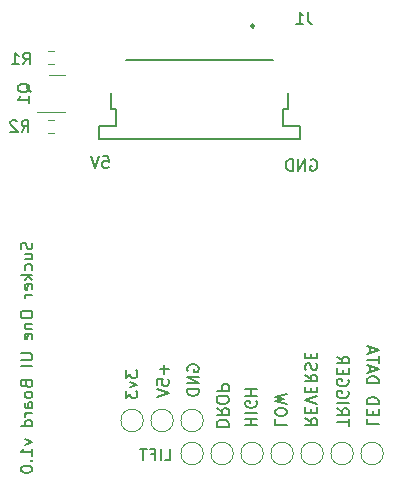
<source format=gbr>
%TF.GenerationSoftware,KiCad,Pcbnew,(5.99.0-9379-gbf5cd2e233)*%
%TF.CreationDate,2021-03-11T01:06:43+01:00*%
%TF.ProjectId,sucker-one-ui-board,7375636b-6572-42d6-9f6e-652d75692d62,rev?*%
%TF.SameCoordinates,Original*%
%TF.FileFunction,Legend,Bot*%
%TF.FilePolarity,Positive*%
%FSLAX46Y46*%
G04 Gerber Fmt 4.6, Leading zero omitted, Abs format (unit mm)*
G04 Created by KiCad (PCBNEW (5.99.0-9379-gbf5cd2e233)) date 2021-03-11 01:06:43*
%MOMM*%
%LPD*%
G01*
G04 APERTURE LIST*
%ADD10C,0.150000*%
%ADD11C,0.249999*%
%ADD12C,0.120000*%
G04 APERTURE END LIST*
D10*
X73469476Y-77938380D02*
X73945666Y-77938380D01*
X73993285Y-78414571D01*
X73945666Y-78366952D01*
X73850428Y-78319333D01*
X73612333Y-78319333D01*
X73517095Y-78366952D01*
X73469476Y-78414571D01*
X73421857Y-78509809D01*
X73421857Y-78747904D01*
X73469476Y-78843142D01*
X73517095Y-78890761D01*
X73612333Y-78938380D01*
X73850428Y-78938380D01*
X73945666Y-78890761D01*
X73993285Y-78843142D01*
X73136142Y-77938380D02*
X72802809Y-78938380D01*
X72469476Y-77938380D01*
X91058904Y-78240000D02*
X91154142Y-78192380D01*
X91297000Y-78192380D01*
X91439857Y-78240000D01*
X91535095Y-78335238D01*
X91582714Y-78430476D01*
X91630333Y-78620952D01*
X91630333Y-78763809D01*
X91582714Y-78954285D01*
X91535095Y-79049523D01*
X91439857Y-79144761D01*
X91297000Y-79192380D01*
X91201761Y-79192380D01*
X91058904Y-79144761D01*
X91011285Y-79097142D01*
X91011285Y-78763809D01*
X91201761Y-78763809D01*
X90582714Y-79192380D02*
X90582714Y-78192380D01*
X90011285Y-79192380D01*
X90011285Y-78192380D01*
X89535095Y-79192380D02*
X89535095Y-78192380D01*
X89297000Y-78192380D01*
X89154142Y-78240000D01*
X89058904Y-78335238D01*
X89011285Y-78430476D01*
X88963666Y-78620952D01*
X88963666Y-78763809D01*
X89011285Y-78954285D01*
X89058904Y-79049523D01*
X89154142Y-79144761D01*
X89297000Y-79192380D01*
X89535095Y-79192380D01*
X78716095Y-103703380D02*
X79192285Y-103703380D01*
X79192285Y-102703380D01*
X78382761Y-103703380D02*
X78382761Y-102703380D01*
X77573238Y-103179571D02*
X77906571Y-103179571D01*
X77906571Y-103703380D02*
X77906571Y-102703380D01*
X77430380Y-102703380D01*
X77192285Y-102703380D02*
X76620857Y-102703380D01*
X76906571Y-103703380D02*
X76906571Y-102703380D01*
X90606619Y-100115380D02*
X91082809Y-100448714D01*
X90606619Y-100686809D02*
X91606619Y-100686809D01*
X91606619Y-100305857D01*
X91559000Y-100210619D01*
X91511380Y-100163000D01*
X91416142Y-100115380D01*
X91273285Y-100115380D01*
X91178047Y-100163000D01*
X91130428Y-100210619D01*
X91082809Y-100305857D01*
X91082809Y-100686809D01*
X91130428Y-99686809D02*
X91130428Y-99353476D01*
X90606619Y-99210619D02*
X90606619Y-99686809D01*
X91606619Y-99686809D01*
X91606619Y-99210619D01*
X91606619Y-98924904D02*
X90606619Y-98591571D01*
X91606619Y-98258238D01*
X91130428Y-97924904D02*
X91130428Y-97591571D01*
X90606619Y-97448714D02*
X90606619Y-97924904D01*
X91606619Y-97924904D01*
X91606619Y-97448714D01*
X90606619Y-96448714D02*
X91082809Y-96782047D01*
X90606619Y-97020142D02*
X91606619Y-97020142D01*
X91606619Y-96639190D01*
X91559000Y-96543952D01*
X91511380Y-96496333D01*
X91416142Y-96448714D01*
X91273285Y-96448714D01*
X91178047Y-96496333D01*
X91130428Y-96543952D01*
X91082809Y-96639190D01*
X91082809Y-97020142D01*
X90654238Y-96067761D02*
X90606619Y-95924904D01*
X90606619Y-95686809D01*
X90654238Y-95591571D01*
X90701857Y-95543952D01*
X90797095Y-95496333D01*
X90892333Y-95496333D01*
X90987571Y-95543952D01*
X91035190Y-95591571D01*
X91082809Y-95686809D01*
X91130428Y-95877285D01*
X91178047Y-95972523D01*
X91225666Y-96020142D01*
X91320904Y-96067761D01*
X91416142Y-96067761D01*
X91511380Y-96020142D01*
X91559000Y-95972523D01*
X91606619Y-95877285D01*
X91606619Y-95639190D01*
X91559000Y-95496333D01*
X91130428Y-95067761D02*
X91130428Y-94734428D01*
X90606619Y-94591571D02*
X90606619Y-95067761D01*
X91606619Y-95067761D01*
X91606619Y-94591571D01*
X94273619Y-100766190D02*
X94273619Y-100194761D01*
X93273619Y-100480476D02*
X94273619Y-100480476D01*
X93273619Y-99290000D02*
X93749809Y-99623333D01*
X93273619Y-99861428D02*
X94273619Y-99861428D01*
X94273619Y-99480476D01*
X94226000Y-99385238D01*
X94178380Y-99337619D01*
X94083142Y-99290000D01*
X93940285Y-99290000D01*
X93845047Y-99337619D01*
X93797428Y-99385238D01*
X93749809Y-99480476D01*
X93749809Y-99861428D01*
X93273619Y-98861428D02*
X94273619Y-98861428D01*
X94226000Y-97861428D02*
X94273619Y-97956666D01*
X94273619Y-98099523D01*
X94226000Y-98242380D01*
X94130761Y-98337619D01*
X94035523Y-98385238D01*
X93845047Y-98432857D01*
X93702190Y-98432857D01*
X93511714Y-98385238D01*
X93416476Y-98337619D01*
X93321238Y-98242380D01*
X93273619Y-98099523D01*
X93273619Y-98004285D01*
X93321238Y-97861428D01*
X93368857Y-97813809D01*
X93702190Y-97813809D01*
X93702190Y-98004285D01*
X94226000Y-96861428D02*
X94273619Y-96956666D01*
X94273619Y-97099523D01*
X94226000Y-97242380D01*
X94130761Y-97337619D01*
X94035523Y-97385238D01*
X93845047Y-97432857D01*
X93702190Y-97432857D01*
X93511714Y-97385238D01*
X93416476Y-97337619D01*
X93321238Y-97242380D01*
X93273619Y-97099523D01*
X93273619Y-97004285D01*
X93321238Y-96861428D01*
X93368857Y-96813809D01*
X93702190Y-96813809D01*
X93702190Y-97004285D01*
X93797428Y-96385238D02*
X93797428Y-96051904D01*
X93273619Y-95909047D02*
X93273619Y-96385238D01*
X94273619Y-96385238D01*
X94273619Y-95909047D01*
X93273619Y-94909047D02*
X93749809Y-95242380D01*
X93273619Y-95480476D02*
X94273619Y-95480476D01*
X94273619Y-95099523D01*
X94226000Y-95004285D01*
X94178380Y-94956666D01*
X94083142Y-94909047D01*
X93940285Y-94909047D01*
X93845047Y-94956666D01*
X93797428Y-95004285D01*
X93749809Y-95099523D01*
X93749809Y-95480476D01*
X88066619Y-100226714D02*
X88066619Y-100702904D01*
X89066619Y-100702904D01*
X89066619Y-99702904D02*
X89066619Y-99512428D01*
X89019000Y-99417190D01*
X88923761Y-99321952D01*
X88733285Y-99274333D01*
X88399952Y-99274333D01*
X88209476Y-99321952D01*
X88114238Y-99417190D01*
X88066619Y-99512428D01*
X88066619Y-99702904D01*
X88114238Y-99798142D01*
X88209476Y-99893380D01*
X88399952Y-99941000D01*
X88733285Y-99941000D01*
X88923761Y-99893380D01*
X89019000Y-99798142D01*
X89066619Y-99702904D01*
X89066619Y-98941000D02*
X88066619Y-98702904D01*
X88780904Y-98512428D01*
X88066619Y-98321952D01*
X89066619Y-98083857D01*
X83113619Y-100845714D02*
X84113619Y-100845714D01*
X84113619Y-100607619D01*
X84066000Y-100464761D01*
X83970761Y-100369523D01*
X83875523Y-100321904D01*
X83685047Y-100274285D01*
X83542190Y-100274285D01*
X83351714Y-100321904D01*
X83256476Y-100369523D01*
X83161238Y-100464761D01*
X83113619Y-100607619D01*
X83113619Y-100845714D01*
X83113619Y-99274285D02*
X83589809Y-99607619D01*
X83113619Y-99845714D02*
X84113619Y-99845714D01*
X84113619Y-99464761D01*
X84066000Y-99369523D01*
X84018380Y-99321904D01*
X83923142Y-99274285D01*
X83780285Y-99274285D01*
X83685047Y-99321904D01*
X83637428Y-99369523D01*
X83589809Y-99464761D01*
X83589809Y-99845714D01*
X84113619Y-98655238D02*
X84113619Y-98464761D01*
X84066000Y-98369523D01*
X83970761Y-98274285D01*
X83780285Y-98226666D01*
X83446952Y-98226666D01*
X83256476Y-98274285D01*
X83161238Y-98369523D01*
X83113619Y-98464761D01*
X83113619Y-98655238D01*
X83161238Y-98750476D01*
X83256476Y-98845714D01*
X83446952Y-98893333D01*
X83780285Y-98893333D01*
X83970761Y-98845714D01*
X84066000Y-98750476D01*
X84113619Y-98655238D01*
X83113619Y-97798095D02*
X84113619Y-97798095D01*
X84113619Y-97417142D01*
X84066000Y-97321904D01*
X84018380Y-97274285D01*
X83923142Y-97226666D01*
X83780285Y-97226666D01*
X83685047Y-97274285D01*
X83637428Y-97321904D01*
X83589809Y-97417142D01*
X83589809Y-97798095D01*
X67460761Y-85257904D02*
X67508380Y-85400761D01*
X67508380Y-85638857D01*
X67460761Y-85734095D01*
X67413142Y-85781714D01*
X67317904Y-85829333D01*
X67222666Y-85829333D01*
X67127428Y-85781714D01*
X67079809Y-85734095D01*
X67032190Y-85638857D01*
X66984571Y-85448380D01*
X66936952Y-85353142D01*
X66889333Y-85305523D01*
X66794095Y-85257904D01*
X66698857Y-85257904D01*
X66603619Y-85305523D01*
X66556000Y-85353142D01*
X66508380Y-85448380D01*
X66508380Y-85686476D01*
X66556000Y-85829333D01*
X66841714Y-86686476D02*
X67508380Y-86686476D01*
X66841714Y-86257904D02*
X67365523Y-86257904D01*
X67460761Y-86305523D01*
X67508380Y-86400761D01*
X67508380Y-86543619D01*
X67460761Y-86638857D01*
X67413142Y-86686476D01*
X67460761Y-87591238D02*
X67508380Y-87496000D01*
X67508380Y-87305523D01*
X67460761Y-87210285D01*
X67413142Y-87162666D01*
X67317904Y-87115047D01*
X67032190Y-87115047D01*
X66936952Y-87162666D01*
X66889333Y-87210285D01*
X66841714Y-87305523D01*
X66841714Y-87496000D01*
X66889333Y-87591238D01*
X67508380Y-88019809D02*
X66508380Y-88019809D01*
X67127428Y-88115047D02*
X67508380Y-88400761D01*
X66841714Y-88400761D02*
X67222666Y-88019809D01*
X67460761Y-89210285D02*
X67508380Y-89115047D01*
X67508380Y-88924571D01*
X67460761Y-88829333D01*
X67365523Y-88781714D01*
X66984571Y-88781714D01*
X66889333Y-88829333D01*
X66841714Y-88924571D01*
X66841714Y-89115047D01*
X66889333Y-89210285D01*
X66984571Y-89257904D01*
X67079809Y-89257904D01*
X67175047Y-88781714D01*
X67508380Y-89686476D02*
X66841714Y-89686476D01*
X67032190Y-89686476D02*
X66936952Y-89734095D01*
X66889333Y-89781714D01*
X66841714Y-89876952D01*
X66841714Y-89972190D01*
X66508380Y-91257904D02*
X66508380Y-91448380D01*
X66556000Y-91543619D01*
X66651238Y-91638857D01*
X66841714Y-91686476D01*
X67175047Y-91686476D01*
X67365523Y-91638857D01*
X67460761Y-91543619D01*
X67508380Y-91448380D01*
X67508380Y-91257904D01*
X67460761Y-91162666D01*
X67365523Y-91067428D01*
X67175047Y-91019809D01*
X66841714Y-91019809D01*
X66651238Y-91067428D01*
X66556000Y-91162666D01*
X66508380Y-91257904D01*
X66841714Y-92115047D02*
X67508380Y-92115047D01*
X66936952Y-92115047D02*
X66889333Y-92162666D01*
X66841714Y-92257904D01*
X66841714Y-92400761D01*
X66889333Y-92496000D01*
X66984571Y-92543619D01*
X67508380Y-92543619D01*
X67460761Y-93400761D02*
X67508380Y-93305523D01*
X67508380Y-93115047D01*
X67460761Y-93019809D01*
X67365523Y-92972190D01*
X66984571Y-92972190D01*
X66889333Y-93019809D01*
X66841714Y-93115047D01*
X66841714Y-93305523D01*
X66889333Y-93400761D01*
X66984571Y-93448380D01*
X67079809Y-93448380D01*
X67175047Y-92972190D01*
X66508380Y-94638857D02*
X67317904Y-94638857D01*
X67413142Y-94686476D01*
X67460761Y-94734095D01*
X67508380Y-94829333D01*
X67508380Y-95019809D01*
X67460761Y-95115047D01*
X67413142Y-95162666D01*
X67317904Y-95210285D01*
X66508380Y-95210285D01*
X67508380Y-95686476D02*
X66508380Y-95686476D01*
X66984571Y-97257904D02*
X67032190Y-97400761D01*
X67079809Y-97448380D01*
X67175047Y-97496000D01*
X67317904Y-97496000D01*
X67413142Y-97448380D01*
X67460761Y-97400761D01*
X67508380Y-97305523D01*
X67508380Y-96924571D01*
X66508380Y-96924571D01*
X66508380Y-97257904D01*
X66556000Y-97353142D01*
X66603619Y-97400761D01*
X66698857Y-97448380D01*
X66794095Y-97448380D01*
X66889333Y-97400761D01*
X66936952Y-97353142D01*
X66984571Y-97257904D01*
X66984571Y-96924571D01*
X67508380Y-98067428D02*
X67460761Y-97972190D01*
X67413142Y-97924571D01*
X67317904Y-97876952D01*
X67032190Y-97876952D01*
X66936952Y-97924571D01*
X66889333Y-97972190D01*
X66841714Y-98067428D01*
X66841714Y-98210285D01*
X66889333Y-98305523D01*
X66936952Y-98353142D01*
X67032190Y-98400761D01*
X67317904Y-98400761D01*
X67413142Y-98353142D01*
X67460761Y-98305523D01*
X67508380Y-98210285D01*
X67508380Y-98067428D01*
X67508380Y-99257904D02*
X66984571Y-99257904D01*
X66889333Y-99210285D01*
X66841714Y-99115047D01*
X66841714Y-98924571D01*
X66889333Y-98829333D01*
X67460761Y-99257904D02*
X67508380Y-99162666D01*
X67508380Y-98924571D01*
X67460761Y-98829333D01*
X67365523Y-98781714D01*
X67270285Y-98781714D01*
X67175047Y-98829333D01*
X67127428Y-98924571D01*
X67127428Y-99162666D01*
X67079809Y-99257904D01*
X67508380Y-99734095D02*
X66841714Y-99734095D01*
X67032190Y-99734095D02*
X66936952Y-99781714D01*
X66889333Y-99829333D01*
X66841714Y-99924571D01*
X66841714Y-100019809D01*
X67508380Y-100781714D02*
X66508380Y-100781714D01*
X67460761Y-100781714D02*
X67508380Y-100686476D01*
X67508380Y-100496000D01*
X67460761Y-100400761D01*
X67413142Y-100353142D01*
X67317904Y-100305523D01*
X67032190Y-100305523D01*
X66936952Y-100353142D01*
X66889333Y-100400761D01*
X66841714Y-100496000D01*
X66841714Y-100686476D01*
X66889333Y-100781714D01*
X66841714Y-101924571D02*
X67508380Y-102162666D01*
X66841714Y-102400761D01*
X67508380Y-103305523D02*
X67508380Y-102734095D01*
X67508380Y-103019809D02*
X66508380Y-103019809D01*
X66651238Y-102924571D01*
X66746476Y-102829333D01*
X66794095Y-102734095D01*
X67413142Y-103734095D02*
X67460761Y-103781714D01*
X67508380Y-103734095D01*
X67460761Y-103686476D01*
X67413142Y-103734095D01*
X67508380Y-103734095D01*
X66508380Y-104400761D02*
X66508380Y-104496000D01*
X66556000Y-104591238D01*
X66603619Y-104638857D01*
X66698857Y-104686476D01*
X66889333Y-104734095D01*
X67127428Y-104734095D01*
X67317904Y-104686476D01*
X67413142Y-104638857D01*
X67460761Y-104591238D01*
X67508380Y-104496000D01*
X67508380Y-104400761D01*
X67460761Y-104305523D01*
X67413142Y-104257904D01*
X67317904Y-104210285D01*
X67127428Y-104162666D01*
X66889333Y-104162666D01*
X66698857Y-104210285D01*
X66603619Y-104257904D01*
X66556000Y-104305523D01*
X66508380Y-104400761D01*
X78684428Y-95615285D02*
X78684428Y-96377190D01*
X79065380Y-95996238D02*
X78303476Y-95996238D01*
X78065380Y-97329571D02*
X78065380Y-96853380D01*
X78541571Y-96805761D01*
X78493952Y-96853380D01*
X78446333Y-96948619D01*
X78446333Y-97186714D01*
X78493952Y-97281952D01*
X78541571Y-97329571D01*
X78636809Y-97377190D01*
X78874904Y-97377190D01*
X78970142Y-97329571D01*
X79017761Y-97281952D01*
X79065380Y-97186714D01*
X79065380Y-96948619D01*
X79017761Y-96853380D01*
X78970142Y-96805761D01*
X78065380Y-97662904D02*
X79065380Y-97996238D01*
X78065380Y-98329571D01*
X80653000Y-96139095D02*
X80605380Y-96043857D01*
X80605380Y-95901000D01*
X80653000Y-95758142D01*
X80748238Y-95662904D01*
X80843476Y-95615285D01*
X81033952Y-95567666D01*
X81176809Y-95567666D01*
X81367285Y-95615285D01*
X81462523Y-95662904D01*
X81557761Y-95758142D01*
X81605380Y-95901000D01*
X81605380Y-95996238D01*
X81557761Y-96139095D01*
X81510142Y-96186714D01*
X81176809Y-96186714D01*
X81176809Y-95996238D01*
X81605380Y-96615285D02*
X80605380Y-96615285D01*
X81605380Y-97186714D01*
X80605380Y-97186714D01*
X81605380Y-97662904D02*
X80605380Y-97662904D01*
X80605380Y-97901000D01*
X80653000Y-98043857D01*
X80748238Y-98139095D01*
X80843476Y-98186714D01*
X81033952Y-98234333D01*
X81176809Y-98234333D01*
X81367285Y-98186714D01*
X81462523Y-98139095D01*
X81557761Y-98043857D01*
X81605380Y-97901000D01*
X81605380Y-97662904D01*
X95813619Y-100170904D02*
X95813619Y-100647095D01*
X96813619Y-100647095D01*
X96337428Y-99837571D02*
X96337428Y-99504238D01*
X95813619Y-99361380D02*
X95813619Y-99837571D01*
X96813619Y-99837571D01*
X96813619Y-99361380D01*
X95813619Y-98932809D02*
X96813619Y-98932809D01*
X96813619Y-98694714D01*
X96766000Y-98551857D01*
X96670761Y-98456619D01*
X96575523Y-98409000D01*
X96385047Y-98361380D01*
X96242190Y-98361380D01*
X96051714Y-98409000D01*
X95956476Y-98456619D01*
X95861238Y-98551857D01*
X95813619Y-98694714D01*
X95813619Y-98932809D01*
X95813619Y-97170904D02*
X96813619Y-97170904D01*
X96813619Y-96932809D01*
X96766000Y-96789952D01*
X96670761Y-96694714D01*
X96575523Y-96647095D01*
X96385047Y-96599476D01*
X96242190Y-96599476D01*
X96051714Y-96647095D01*
X95956476Y-96694714D01*
X95861238Y-96789952D01*
X95813619Y-96932809D01*
X95813619Y-97170904D01*
X96099333Y-96218523D02*
X96099333Y-95742333D01*
X95813619Y-96313761D02*
X96813619Y-95980428D01*
X95813619Y-95647095D01*
X96813619Y-95456619D02*
X96813619Y-94885190D01*
X95813619Y-95170904D02*
X96813619Y-95170904D01*
X96099333Y-94599476D02*
X96099333Y-94123285D01*
X95813619Y-94694714D02*
X96813619Y-94361380D01*
X95813619Y-94028047D01*
X85526619Y-100734619D02*
X86526619Y-100734619D01*
X86050428Y-100734619D02*
X86050428Y-100163190D01*
X85526619Y-100163190D02*
X86526619Y-100163190D01*
X85526619Y-99687000D02*
X86526619Y-99687000D01*
X86479000Y-98687000D02*
X86526619Y-98782238D01*
X86526619Y-98925095D01*
X86479000Y-99067952D01*
X86383761Y-99163190D01*
X86288523Y-99210809D01*
X86098047Y-99258428D01*
X85955190Y-99258428D01*
X85764714Y-99210809D01*
X85669476Y-99163190D01*
X85574238Y-99067952D01*
X85526619Y-98925095D01*
X85526619Y-98829857D01*
X85574238Y-98687000D01*
X85621857Y-98639380D01*
X85955190Y-98639380D01*
X85955190Y-98829857D01*
X85526619Y-98210809D02*
X86526619Y-98210809D01*
X86050428Y-98210809D02*
X86050428Y-97639380D01*
X85526619Y-97639380D02*
X86526619Y-97639380D01*
%TO.C,J1*%
X90839688Y-65748378D02*
X90839688Y-66462664D01*
X90887307Y-66605521D01*
X90982545Y-66700759D01*
X91125402Y-66748378D01*
X91220640Y-66748378D01*
X89839688Y-66748378D02*
X90411117Y-66748378D01*
X90125402Y-66748378D02*
X90125402Y-65748378D01*
X90220640Y-65891236D01*
X90315878Y-65986474D01*
X90411117Y-66034093D01*
%TO.C,R1*%
X66714666Y-70175380D02*
X67048000Y-69699190D01*
X67286095Y-70175380D02*
X67286095Y-69175380D01*
X66905142Y-69175380D01*
X66809904Y-69223000D01*
X66762285Y-69270619D01*
X66714666Y-69365857D01*
X66714666Y-69508714D01*
X66762285Y-69603952D01*
X66809904Y-69651571D01*
X66905142Y-69699190D01*
X67286095Y-69699190D01*
X65762285Y-70175380D02*
X66333714Y-70175380D01*
X66048000Y-70175380D02*
X66048000Y-69175380D01*
X66143238Y-69318238D01*
X66238476Y-69413476D01*
X66333714Y-69461095D01*
%TO.C,Q1*%
X67349619Y-72548761D02*
X67302000Y-72453523D01*
X67206761Y-72358285D01*
X67063904Y-72215428D01*
X67016285Y-72120190D01*
X67016285Y-72024952D01*
X67254380Y-72072571D02*
X67206761Y-71977333D01*
X67111523Y-71882095D01*
X66921047Y-71834476D01*
X66587714Y-71834476D01*
X66397238Y-71882095D01*
X66302000Y-71977333D01*
X66254380Y-72072571D01*
X66254380Y-72263047D01*
X66302000Y-72358285D01*
X66397238Y-72453523D01*
X66587714Y-72501142D01*
X66921047Y-72501142D01*
X67111523Y-72453523D01*
X67206761Y-72358285D01*
X67254380Y-72263047D01*
X67254380Y-72072571D01*
X67254380Y-73453523D02*
X67254380Y-72882095D01*
X67254380Y-73167809D02*
X66254380Y-73167809D01*
X66397238Y-73072571D01*
X66492476Y-72977333D01*
X66540095Y-72882095D01*
%TO.C,TP10*%
X75398380Y-96091523D02*
X75398380Y-96710571D01*
X75779333Y-96377238D01*
X75779333Y-96520095D01*
X75826952Y-96615333D01*
X75874571Y-96662952D01*
X75969809Y-96710571D01*
X76207904Y-96710571D01*
X76303142Y-96662952D01*
X76350761Y-96615333D01*
X76398380Y-96520095D01*
X76398380Y-96234380D01*
X76350761Y-96139142D01*
X76303142Y-96091523D01*
X75731714Y-97043904D02*
X76398380Y-97282000D01*
X75731714Y-97520095D01*
X75398380Y-97805809D02*
X75398380Y-98424857D01*
X75779333Y-98091523D01*
X75779333Y-98234380D01*
X75826952Y-98329619D01*
X75874571Y-98377238D01*
X75969809Y-98424857D01*
X76207904Y-98424857D01*
X76303142Y-98377238D01*
X76350761Y-98329619D01*
X76398380Y-98234380D01*
X76398380Y-97948666D01*
X76350761Y-97853428D01*
X76303142Y-97805809D01*
%TO.C,R2*%
X66587666Y-75890380D02*
X66921000Y-75414190D01*
X67159095Y-75890380D02*
X67159095Y-74890380D01*
X66778142Y-74890380D01*
X66682904Y-74938000D01*
X66635285Y-74985619D01*
X66587666Y-75080857D01*
X66587666Y-75223714D01*
X66635285Y-75318952D01*
X66682904Y-75366571D01*
X66778142Y-75414190D01*
X67159095Y-75414190D01*
X66206714Y-74985619D02*
X66159095Y-74938000D01*
X66063857Y-74890380D01*
X65825761Y-74890380D01*
X65730523Y-74938000D01*
X65682904Y-74985619D01*
X65635285Y-75080857D01*
X65635285Y-75176095D01*
X65682904Y-75318952D01*
X66254333Y-75890380D01*
X65635285Y-75890380D01*
%TO.C,J1*%
X89160998Y-73970965D02*
X89160998Y-72570967D01*
X89160998Y-73970965D02*
X88710996Y-73970965D01*
X88710996Y-75370964D02*
X88710996Y-73970965D01*
X90160998Y-75370964D02*
X88710996Y-75370964D01*
X90160998Y-76470965D02*
X90160998Y-75370964D01*
X74160997Y-73970965D02*
X74160997Y-72570967D01*
X74610999Y-73970965D02*
X74160997Y-73970965D01*
X74610999Y-75370964D02*
X74610999Y-73970965D01*
X74610999Y-75370964D02*
X73160997Y-75370964D01*
X73160997Y-76470965D02*
X73160997Y-75370964D01*
X87860998Y-69770998D02*
X75460997Y-69770998D01*
X90160998Y-76470965D02*
X73160997Y-76470965D01*
D11*
X86285995Y-66920999D02*
G75*
G03*
X86285995Y-66920999I-125001J0D01*
G01*
D12*
%TO.C,TP9*%
X79436000Y-100330000D02*
G75*
G03*
X79436000Y-100330000I-950000J0D01*
G01*
%TO.C,TP3*%
X89596000Y-103124000D02*
G75*
G03*
X89596000Y-103124000I-950000J0D01*
G01*
%TO.C,R1*%
X68850742Y-69073500D02*
X69325258Y-69073500D01*
X68850742Y-70118500D02*
X69325258Y-70118500D01*
%TO.C,TP4*%
X84516000Y-103124000D02*
G75*
G03*
X84516000Y-103124000I-950000J0D01*
G01*
%TO.C,TP2*%
X81976000Y-103124000D02*
G75*
G03*
X81976000Y-103124000I-950000J0D01*
G01*
%TO.C,TP7*%
X94676000Y-103124000D02*
G75*
G03*
X94676000Y-103124000I-950000J0D01*
G01*
%TO.C,TP5*%
X92136000Y-103124000D02*
G75*
G03*
X92136000Y-103124000I-950000J0D01*
G01*
%TO.C,TP1*%
X81976000Y-100330000D02*
G75*
G03*
X81976000Y-100330000I-950000J0D01*
G01*
%TO.C,Q1*%
X69596000Y-71084000D02*
X70246000Y-71084000D01*
X69596000Y-71084000D02*
X68946000Y-71084000D01*
X69596000Y-74204000D02*
X67921000Y-74204000D01*
X69596000Y-74204000D02*
X70246000Y-74204000D01*
%TO.C,TP8*%
X97216000Y-103124000D02*
G75*
G03*
X97216000Y-103124000I-950000J0D01*
G01*
%TO.C,TP10*%
X76896000Y-100330000D02*
G75*
G03*
X76896000Y-100330000I-950000J0D01*
G01*
%TO.C,TP6*%
X87056000Y-103124000D02*
G75*
G03*
X87056000Y-103124000I-950000J0D01*
G01*
%TO.C,R2*%
X69325258Y-75960500D02*
X68850742Y-75960500D01*
X69325258Y-74915500D02*
X68850742Y-74915500D01*
%TD*%
M02*

</source>
